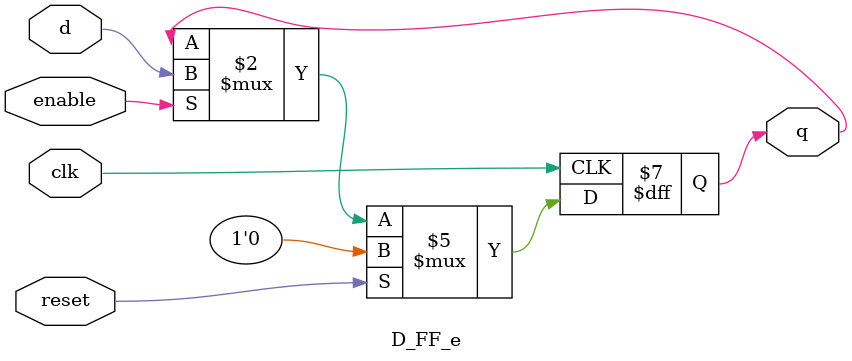
<source format=sv>
module D_FF_e(q, d, enable, reset, clk);
 output reg q;
 input d, enable, reset, clk;
 
 always_ff @(posedge clk)
 if (reset)
 q <= 0;
 else if (enable)
 q <= d; // On enable, set to d
endmodule 
</source>
